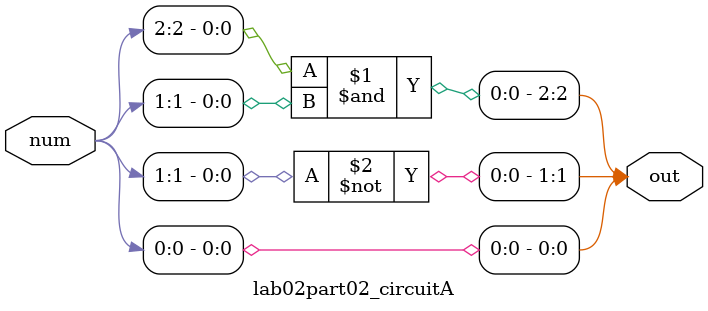
<source format=v>
module lab02part02_circuitA(
		input 	[2:0]num,
		output 	[2:0]out
);
/*
2	AB
1	B'
0	C
*/

	assign out[2] = (num[2] & num[1]);
	assign out[1] = (~num[1]);
	assign out[0] = (num[0]);

endmodule
</source>
